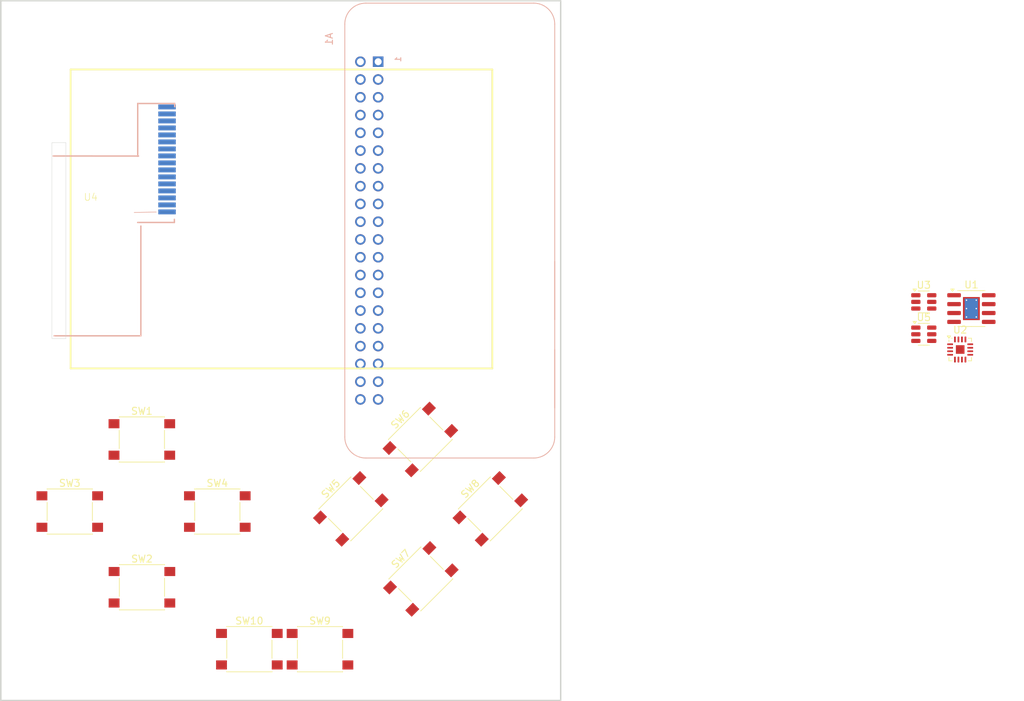
<source format=kicad_pcb>
(kicad_pcb (version 20241229) (generator "pcbnew") (generator_version "9.0")
  (layers (0 "F.Cu" signal) (2 "B.Cu" signal) (13 "F.Paste" user) (15 "B.Paste" user) (5 "F.SilkS" user "F.Silkscreen") (7 "B.SilkS" user "B.Silkscreen") (1 "F.Mask" user) (3 "B.Mask" user) (25 "Edge.Cuts" user))
  (net 0 "")
  (net 6 "RST")
  (net 7 "SDI")
  (net 11 "DC")
  (net 14 "+3.3V")
  (net 16 "BN")
  (net 19 "+5V")
  (net 21 "LRCLK")
  (net 22 "DIN")
  (net 30 "SCL")
  (net 31 "BCLK")
  (net 33 "CS")
  (net 41 "Net-(Q1-G2)")
  (net 42 "Net-(Q1-G1)")
  (net 43 "BP")
  (net 44 "D1")
  (net 45 "D3")
  (net 46 "D4")
  (net 47 "D2")
  (net 48 "Y")
  (net 49 "B")
  (net 50 "A")
  (net 51 "STA")
  (net 53 "Net-(U1-~{STDBY})")
  (net 54 "VBUS")
  (net 55 "Net-(U1-~{CHRG})")
  (net 56 "Net-(U1-PROG)")
  (net 57 "Net-(U2-VDD-Pad7)")
  (net 59 "OUTP")
  (net 62 "OUTN")
  (net 67 "Net-(U3-CS)")
  (net 69 "Net-(U3-VCC)")
  (net 70 "Net-(SW14-A)")
  (net 71 "Net-(U5-FB)")
  (net 73 "Net-(D2-A)")
  (net 74 "SEL")
  (net 84 "X")
  (footprint "Button_Switch_SMD:SW_SPST_PTS645" (layer "F.Cu") (at 150.6982 113.8174 45)
    (property "Reference" "SW8" (at 0 -4.049999 45) (layer "F.SilkS"))
    (property "Value" "SW_Omron_B3FS")
    (fp_line (start -3.23 -3.23) (end 3.23 -3.23) (stroke (width 0.12)) (layer "F.SilkS"))
    (fp_line (start -3.23 -3.2) (end -3.23 -3.23) (stroke (width 0.12)) (layer "F.SilkS"))
    (fp_line (start -3.23 -1.3) (end -3.23 1.3) (stroke (width 0.12)) (layer "F.SilkS"))
    (fp_line (start 3.23 -3.23) (end 3.23 -3.2) (stroke (width 0.12)) (layer "F.SilkS"))
    (fp_line (start -3.23 3.23) (end -3.23 3.2) (stroke (width 0.12)) (layer "F.SilkS"))
    (fp_line (start -3.23 3.23) (end 3.23 3.23) (stroke (width 0.12)) (layer "F.SilkS"))
    (fp_line (start 3.23 -1.3) (end 3.23 1.3) (stroke (width 0.12)) (layer "F.SilkS"))
    (fp_line (start 3.23 3.23) (end 3.23 3.2) (stroke (width 0.12)) (layer "F.SilkS"))
    (pad "1" smd rect (at -3.98 -2.25 45) (size 1.55 1.3) (layers "F.Cu" "F.Mask" "F.Paste") (net 50 "A"))
    (pad "1" smd rect (at 3.98 -2.25 45) (size 1.55 1.3) (layers "F.Cu" "F.Mask" "F.Paste") (net 50 "A"))
    (pad "2" smd rect (at -3.98 2.25 45) (size 1.55 1.3) (layers "F.Cu" "F.Mask" "F.Paste") (net 16 "BN"))
    (pad "2" smd rect (at 3.98 2.25 45) (size 1.55 1.3) (layers "F.Cu" "F.Mask" "F.Paste") (net 16 "BN"))
  )
  (footprint "Package_TO_SOT_SMD:SOT-23-6" (layer "F.Cu") (at 212.6407 84.2406)
    (property "Reference" "U3" (at 0 -2.4 0) (layer "F.SilkS"))
    (property "Value" "DW01A")
    (fp_line (start 0 -1.56) (end -0.8 -1.56) (stroke (width 0.12)) (layer "F.SilkS"))
    (fp_line (start 0 -1.56) (end 0.8 -1.56) (stroke (width 0.12)) (layer "F.SilkS"))
    (fp_line (start 0 1.56) (end -0.8 1.56) (stroke (width 0.12)) (layer "F.SilkS"))
    (fp_line (start 0 1.56) (end 0.8 1.56) (stroke (width 0.12)) (layer "F.SilkS"))
    (fp_poly (pts (xy -1.3 -1.51) (xy -1.54 -1.84) (xy -1.06 -1.84)) (stroke (width 0.12)) (fill yes) (layer "F.SilkS"))
    (pad "1" smd roundrect (at -1.1375 -0.95) (size 1.325 0.6) (layers "F.Cu" "F.Mask" "F.Paste") (net 41 "Net-(Q1-G2)"))
    (pad "2" smd roundrect (at -1.1375 0) (size 1.325 0.6) (layers "F.Cu" "F.Mask" "F.Paste") (net 67 "Net-(U3-CS)"))
    (pad "3" smd roundrect (at -1.1375 0.95) (size 1.325 0.6) (layers "F.Cu" "F.Mask" "F.Paste") (net 42 "Net-(Q1-G1)"))
    (pad "4" smd roundrect (at 1.1375 0.95) (size 1.325 0.6) (layers "F.Cu" "F.Mask" "F.Paste"))
    (pad "5" smd roundrect (at 1.1375 0) (size 1.325 0.6) (layers "F.Cu" "F.Mask" "F.Paste") (net 69 "Net-(U3-VCC)"))
    (pad "6" smd roundrect (at 1.1375 -0.95) (size 1.325 0.6) (layers "F.Cu" "F.Mask" "F.Paste") (net 16 "BN"))
  )
  (footprint "Button_Switch_SMD:SW_SPST_PTS645" (layer "F.Cu") (at 100.9 103.9)
    (property "Reference" "SW1" (at 0 -4.05 0) (layer "F.SilkS"))
    (property "Value" "SW_Omron_B3FS")
    (fp_line (start -3.23 -3.23) (end 3.23 -3.23) (stroke (width 0.12)) (layer "F.SilkS"))
    (fp_line (start -3.23 -3.2) (end -3.23 -3.23) (stroke (width 0.12)) (layer "F.SilkS"))
    (fp_line (start -3.23 -1.3) (end -3.23 1.3) (stroke (width 0.12)) (layer "F.SilkS"))
    (fp_line (start -3.23 3.23) (end -3.23 3.2) (stroke (width 0.12)) (layer "F.SilkS"))
    (fp_line (start -3.23 3.23) (end 3.23 3.23) (stroke (width 0.12)) (layer "F.SilkS"))
    (fp_line (start 3.23 -3.23) (end 3.23 -3.2) (stroke (width 0.12)) (layer "F.SilkS"))
    (fp_line (start 3.23 -1.3) (end 3.23 1.3) (stroke (width 0.12)) (layer "F.SilkS"))
    (fp_line (start 3.23 3.23) (end 3.23 3.2) (stroke (width 0.12)) (layer "F.SilkS"))
    (pad "1" smd rect (at -3.98 -2.25) (size 1.55 1.3) (layers "F.Cu" "F.Mask" "F.Paste") (net 44 "D1"))
    (pad "1" smd rect (at 3.98 -2.25) (size 1.55 1.3) (layers "F.Cu" "F.Mask" "F.Paste") (net 44 "D1"))
    (pad "2" smd rect (at -3.98 2.25) (size 1.55 1.3) (layers "F.Cu" "F.Mask" "F.Paste") (net 16 "BN"))
    (pad "2" smd rect (at 3.98 2.25) (size 1.55 1.3) (layers "F.Cu" "F.Mask" "F.Paste") (net 16 "BN"))
  )
  (footprint "Button_Switch_SMD:SW_SPST_PTS645" (layer "F.Cu") (at 111.6838 114.1984)
    (property "Reference" "SW4" (at 0 -4.05 0) (layer "F.SilkS"))
    (property "Value" "SW_Omron_B3FS")
    (fp_line (start -3.23 -3.23) (end 3.23 -3.23) (stroke (width 0.12)) (layer "F.SilkS"))
    (fp_line (start -3.23 -3.2) (end -3.23 -3.23) (stroke (width 0.12)) (layer "F.SilkS"))
    (fp_line (start -3.23 -1.3) (end -3.23 1.3) (stroke (width 0.12)) (layer "F.SilkS"))
    (fp_line (start -3.23 3.23) (end -3.23 3.2) (stroke (width 0.12)) (layer "F.SilkS"))
    (fp_line (start -3.23 3.23) (end 3.23 3.23) (stroke (width 0.12)) (layer "F.SilkS"))
    (fp_line (start 3.23 -3.23) (end 3.23 -3.2) (stroke (width 0.12)) (layer "F.SilkS"))
    (fp_line (start 3.23 -1.3) (end 3.23 1.3) (stroke (width 0.12)) (layer "F.SilkS"))
    (fp_line (start 3.23 3.23) (end 3.23 3.2) (stroke (width 0.12)) (layer "F.SilkS"))
    (pad "1" smd rect (at -3.98 -2.25) (size 1.55 1.3) (layers "F.Cu" "F.Mask" "F.Paste") (net 47 "D2"))
    (pad "1" smd rect (at 3.98 -2.25) (size 1.55 1.3) (layers "F.Cu" "F.Mask" "F.Paste") (net 47 "D2"))
    (pad "2" smd rect (at -3.98 2.25) (size 1.55 1.3) (layers "F.Cu" "F.Mask" "F.Paste") (net 16 "BN"))
    (pad "2" smd rect (at 3.98 2.25) (size 1.55 1.3) (layers "F.Cu" "F.Mask" "F.Paste") (net 16 "BN"))
  )
  (footprint "Button_Switch_SMD:SW_SPST_PTS645" (layer "F.Cu") (at 140.7 103.9 45)
    (property "Reference" "SW6" (at 0 -4.049999 45) (layer "F.SilkS"))
    (property "Value" "SW_Omron_B3FS")
    (fp_line (start -3.23 -3.23) (end 3.23 -3.23) (stroke (width 0.12)) (layer "F.SilkS"))
    (fp_line (start -3.23 -3.2) (end -3.23 -3.23) (stroke (width 0.12)) (layer "F.SilkS"))
    (fp_line (start -3.23 -1.3) (end -3.23 1.3) (stroke (width 0.12)) (layer "F.SilkS"))
    (fp_line (start 3.23 -3.23) (end 3.23 -3.2) (stroke (width 0.12)) (layer "F.SilkS"))
    (fp_line (start -3.23 3.23) (end -3.23 3.2) (stroke (width 0.12)) (layer "F.SilkS"))
    (fp_line (start -3.23 3.23) (end 3.23 3.23) (stroke (width 0.12)) (layer "F.SilkS"))
    (fp_line (start 3.23 -1.3) (end 3.23 1.3) (stroke (width 0.12)) (layer "F.SilkS"))
    (fp_line (start 3.23 3.23) (end 3.23 3.2) (stroke (width 0.12)) (layer "F.SilkS"))
    (pad "1" smd rect (at -3.98 -2.25 45) (size 1.55 1.3) (layers "F.Cu" "F.Mask" "F.Paste") (net 84 "X"))
    (pad "1" smd rect (at 3.98 -2.25 45) (size 1.55 1.3) (layers "F.Cu" "F.Mask" "F.Paste") (net 84 "X"))
    (pad "2" smd rect (at -3.98 2.25 45) (size 1.55 1.3) (layers "F.Cu" "F.Mask" "F.Paste") (net 16 "BN"))
    (pad "2" smd rect (at 3.98 2.25 45) (size 1.55 1.3) (layers "F.Cu" "F.Mask" "F.Paste") (net 16 "BN"))
  )
  (footprint "Button_Switch_SMD:SW_SPST_PTS645" (layer "F.Cu") (at 126.3572 133.8728)
    (property "Reference" "SW9" (at 0 -4.05 0) (layer "F.SilkS"))
    (property "Value" "SW_Omron_B3FS" (hide yes))
    (fp_line (start -3.23 -3.23) (end 3.23 -3.23) (stroke (width 0.12)) (layer "F.SilkS"))
    (fp_line (start -3.23 -3.2) (end -3.23 -3.23) (stroke (width 0.12)) (layer "F.SilkS"))
    (fp_line (start -3.23 -1.3) (end -3.23 1.3) (stroke (width 0.12)) (layer "F.SilkS"))
    (fp_line (start -3.23 3.23) (end -3.23 3.2) (stroke (width 0.12)) (layer "F.SilkS"))
    (fp_line (start -3.23 3.23) (end 3.23 3.23) (stroke (width 0.12)) (layer "F.SilkS"))
    (fp_line (start 3.23 -3.23) (end 3.23 -3.2) (stroke (width 0.12)) (layer "F.SilkS"))
    (fp_line (start 3.23 -1.3) (end 3.23 1.3) (stroke (width 0.12)) (layer "F.SilkS"))
    (fp_line (start 3.23 3.23) (end 3.23 3.2) (stroke (width 0.12)) (layer "F.SilkS"))
    (pad "1" smd rect (at -3.98 -2.25) (size 1.55 1.3) (layers "F.Cu" "F.Mask" "F.Paste") (net 74 "SEL"))
    (pad "1" smd rect (at 3.98 -2.25) (size 1.55 1.3) (layers "F.Cu" "F.Mask" "F.Paste") (net 74 "SEL"))
    (pad "2" smd rect (at -3.98 2.25) (size 1.55 1.3) (layers "F.Cu" "F.Mask" "F.Paste") (net 16 "BN"))
    (pad "2" smd rect (at 3.98 2.25) (size 1.55 1.3) (layers "F.Cu" "F.Mask" "F.Paste") (net 16 "BN"))
  )
  (footprint "Button_Switch_SMD:SW_SPST_PTS645" (layer "F.Cu") (at 100.9142 125.0188)
    (property "Reference" "SW2" (at 0 -4.05 0) (layer "F.SilkS"))
    (property "Value" "SW_Omron_B3FS")
    (fp_line (start -3.23 -3.23) (end 3.23 -3.23) (stroke (width 0.12)) (layer "F.SilkS"))
    (fp_line (start -3.23 -3.2) (end -3.23 -3.23) (stroke (width 0.12)) (layer "F.SilkS"))
    (fp_line (start -3.23 -1.3) (end -3.23 1.3) (stroke (width 0.12)) (layer "F.SilkS"))
    (fp_line (start -3.23 3.23) (end -3.23 3.2) (stroke (width 0.12)) (layer "F.SilkS"))
    (fp_line (start -3.23 3.23) (end 3.23 3.23) (stroke (width 0.12)) (layer "F.SilkS"))
    (fp_line (start 3.23 -3.23) (end 3.23 -3.2) (stroke (width 0.12)) (layer "F.SilkS"))
    (fp_line (start 3.23 -1.3) (end 3.23 1.3) (stroke (width 0.12)) (layer "F.SilkS"))
    (fp_line (start 3.23 3.23) (end 3.23 3.2) (stroke (width 0.12)) (layer "F.SilkS"))
    (pad "1" smd rect (at -3.98 -2.25) (size 1.55 1.3) (layers "F.Cu" "F.Mask" "F.Paste") (net 16 "BN"))
    (pad "1" smd rect (at 3.98 -2.25) (size 1.55 1.3) (layers "F.Cu" "F.Mask" "F.Paste") (net 16 "BN"))
    (pad "2" smd rect (at -3.98 2.25) (size 1.55 1.3) (layers "F.Cu" "F.Mask" "F.Paste") (net 45 "D3"))
    (pad "2" smd rect (at 3.98 2.25) (size 1.55 1.3) (layers "F.Cu" "F.Mask" "F.Paste") (net 45 "D3"))
  )
  (footprint "Package_DFN_QFN:TQFN-16-1EP_3x3mm_P0.5mm_EP1.23x1.23mm" (layer "F.Cu") (at 217.8407 91.0456)
    (property "Reference" "U2" (at 0 -2.8 0) (layer "F.SilkS"))
    (property "Value" "MAX98357A")
    (fp_line (start -1.61 -1.135) (end -1.61 -1.37) (stroke (width 0.12)) (layer "F.SilkS"))
    (fp_line (start -1.61 1.61) (end -1.61 1.135) (stroke (width 0.12)) (layer "F.SilkS"))
    (fp_line (start -1.135 -1.61) (end -1.31 -1.61) (stroke (width 0.12)) (layer "F.SilkS"))
    (fp_line (start -1.135 1.61) (end -1.61 1.61) (stroke (width 0.12)) (layer "F.SilkS"))
    (fp_line (start 1.135 -1.61) (end 1.61 -1.61) (stroke (width 0.12)) (layer "F.SilkS"))
    (fp_line (start 1.135 1.61) (end 1.61 1.61) (stroke (width 0.12)) (layer "F.SilkS"))
    (fp_line (start 1.61 -1.61) (end 1.61 -1.135) (stroke (width 0.12)) (layer "F.SilkS"))
    (fp_line (start 1.61 1.61) (end 1.61 1.135) (stroke (width 0.12)) (layer "F.SilkS"))
    (fp_poly (pts (xy -1.61 -1.61) (xy -1.85 -1.94) (xy -1.37 -1.94)) (stroke (width 0.12)) (fill yes) (layer "F.SilkS"))
    (pad "1" smd roundrect (at -1.4375 -0.75) (size 0.825 0.25) (layers "F.Cu" "F.Mask" "F.Paste") (net 22 "DIN"))
    (pad "2" smd roundrect (at -1.4375 -0.25) (size 0.825 0.25) (layers "F.Cu" "F.Mask" "F.Paste"))
    (pad "3" smd roundrect (at -1.4375 0.25) (size 0.825 0.25) (layers "F.Cu" "F.Mask" "F.Paste") (net 16 "BN"))
    (pad "4" smd roundrect (at -1.4375 0.75) (size 0.825 0.25) (layers "F.Cu" "F.Mask" "F.Paste"))
    (pad "5" smd roundrect (at -0.75 1.4375) (size 0.25 0.825) (layers "F.Cu" "F.Mask" "F.Paste"))
    (pad "6" smd roundrect (at -0.25 1.4375) (size 0.25 0.825) (layers "F.Cu" "F.Mask" "F.Paste"))
    (pad "7" smd roundrect (at 0.25 1.4375) (size 0.25 0.825) (layers "F.Cu" "F.Mask" "F.Paste") (net 57 "Net-(U2-VDD-Pad7)"))
    (pad "8" smd roundrect (at 0.75 1.4375) (size 0.25 0.825) (layers "F.Cu" "F.Mask" "F.Paste") (net 57 "Net-(U2-VDD-Pad7)"))
    (pad "9" smd roundrect (at 1.4375 0.75) (size 0.825 0.25) (layers "F.Cu" "F.Mask" "F.Paste") (net 59 "OUTP"))
    (pad "10" smd roundrect (at 1.4375 0.25) (size 0.825 0.25) (layers "F.Cu" "F.Mask" "F.Paste") (net 62 "OUTN"))
    (pad "11" smd roundrect (at 1.4375 -0.25) (size 0.825 0.25) (layers "F.Cu" "F.Mask" "F.Paste") (net 16 "BN"))
    (pad "12" smd roundrect (at 1.4375 -0.75) (size 0.825 0.25) (layers "F.Cu" "F.Mask" "F.Paste"))
    (pad "13" smd roundrect (at 0.75 -1.4375) (size 0.25 0.825) (layers "F.Cu" "F.Mask" "F.Paste"))
    (pad "14" smd roundrect (at 0.25 -1.4375) (size 0.25 0.825) (layers "F.Cu" "F.Mask" "F.Paste") (net 21 "LRCLK"))
    (pad "15" smd roundrect (at -0.25 -1.4375) (size 0.25 0.825) (layers "F.Cu" "F.Mask" "F.Paste") (net 16 "BN"))
    (pad "16" smd roundrect (at -0.75 -1.4375) (size 0.25 0.825) (layers "F.Cu" "F.Mask" "F.Paste") (net 31 "BCLK"))
    (pad "17" smd rect (at 0 0) (size 1.23 1.23) (property pad_prop_heatsink) (layers "F.Cu" "F.Mask"))
  )
  (footprint "Button_Switch_SMD:SW_SPST_PTS645" (layer "F.Cu") (at 130.7592 113.8174 45)
    (property "Reference" "SW5" (at 0 -4.049999 45) (layer "F.SilkS"))
    (property "Value" "SW_Omron_B3FS")
    (fp_line (start -3.23 -3.23) (end 3.23 -3.23) (stroke (width 0.12)) (layer "F.SilkS"))
    (fp_line (start -3.23 -3.2) (end -3.23 -3.23) (stroke (width 0.12)) (layer "F.SilkS"))
    (fp_line (start -3.23 -1.3) (end -3.23 1.3) (stroke (width 0.12)) (layer "F.SilkS"))
    (fp_line (start 3.23 -3.23) (end 3.23 -3.2) (stroke (width 0.12)) (layer "F.SilkS"))
    (fp_line (start -3.23 3.23) (end -3.23 3.2) (stroke (width 0.12)) (layer "F.SilkS"))
    (fp_line (start -3.23 3.23) (end 3.23 3.23) (stroke (width 0.12)) (layer "F.SilkS"))
    (fp_line (start 3.23 -1.3) (end 3.23 1.3) (stroke (width 0.12)) (layer "F.SilkS"))
    (fp_line (start 3.23 3.23) (end 3.23 3.2) (stroke (width 0.12)) (layer "F.SilkS"))
    (pad "1" smd rect (at -3.98 -2.25 45) (size 1.55 1.3) (layers "F.Cu" "F.Mask" "F.Paste") (net 16 "BN"))
    (pad "1" smd rect (at 3.98 -2.25 45) (size 1.55 1.3) (layers "F.Cu" "F.Mask" "F.Paste") (net 16 "BN"))
    (pad "2" smd rect (at -3.98 2.25 45) (size 1.55 1.3) (layers "F.Cu" "F.Mask" "F.Paste") (net 48 "Y"))
    (pad "2" smd rect (at 3.98 2.25 45) (size 1.55 1.3) (layers "F.Cu" "F.Mask" "F.Paste") (net 48 "Y"))
  )
  (footprint "easyeda2kicad:lcd" (layer "F.Cu") (at 150.95 51.02)
    (property "Reference" "U4" (at -57.35 18.25 0) (layer "F.SilkS") (effects (font (thickness 0.1))))
    (property "Value" "HS24CG003-ARX")
    (fp_line (start -60.23 0.01) (end 0.03 0.01) (stroke (width 0.25)) (layer "F.SilkS"))
    (fp_line (start -60.23 42.73) (end -60.23 0.01) (stroke (width 0.25)) (layer "F.SilkS"))
    (fp_line (start 0.03 0.01) (end 0.03 42.73) (stroke (width 0.25)) (layer "F.SilkS"))
    (fp_line (start 0.03 42.73) (end -60.23 42.73) (stroke (width 0.25)) (layer "F.SilkS"))
    (fp_line (start -51.14 20.44) (end -47.99 20.38) (stroke (width 0.1)) (layer "B.SilkS"))
    (fp_line (start -50.64 4.87) (end -50.64 12.4) (stroke (width 0.2)) (layer "B.SilkS"))
    (fp_line (start -50.52 12.38) (end -62.72 12.37) (stroke (width 0.2)) (layer "B.SilkS"))
    (fp_line (start -50.19 22.38) (end -50.19 38.07) (stroke (width 0.2)) (layer "B.SilkS"))
    (fp_line (start -50.19 38.07) (end -62.59 38.07) (stroke (width 0.2)) (layer "B.SilkS"))
    (fp_line (start -45.4 21.42) (end -45.4 21.87) (stroke (width 0.2)) (layer "B.SilkS"))
    (fp_line (start -45.4 21.87) (end -50.65 21.87) (stroke (width 0.2)) (layer "B.SilkS"))
    (fp_line (start -45.36 4.87) (end -50.64 4.87) (stroke (width 0.2)) (layer "B.SilkS"))
    (fp_line (start -45.36 5.32) (end -45.36 4.87) (stroke (width 0.2)) (layer "B.SilkS"))
    (fp_rect (start -62.9 38.46) (end -60.9 10.46) (stroke (width 0.05)) (fill no) (layer "Edge.Cuts"))
    (pad "1" smd rect (at -46.45 20.36 270) (size 0.7 2.5) (layers "B.Cu" "B.Mask" "B.Paste") (net 16 "BN"))
    (pad "2" smd rect (at -46.45 19.36 270) (size 0.7 2.5) (layers "B.Cu" "B.Mask" "B.Paste"))
    (pad "3" smd rect (at -46.45 18.36 270) (size 0.7 2.5) (layers "B.Cu" "B.Mask" "B.Paste"))
    (pad "4" smd rect (at -46.45 17.36 270) (size 0.7 2.5) (layers "B.Cu" "B.Mask" "B.Paste"))
    (pad "5" smd rect (at -46.45 16.36 270) (size 0.7 2.5) (layers "B.Cu" "B.Mask" "B.Paste"))
    (pad "6" smd rect (at -46.45 15.36 270) (size 0.7 2.5) (layers "B.Cu" "B.Mask" "B.Paste"))
    (pad "7" smd rect (at -46.45 14.36 270) (size 0.7 2.5) (layers "B.Cu" "B.Mask" "B.Paste"))
    (pad "8" smd rect (at -46.45 13.36 270) (size 0.7 2.5) (layers "B.Cu" "B.Mask" "B.Paste") (net 14 "+3.3V"))
    (pad "9" smd rect (at -46.45 12.36 270) (size 0.7 2.5) (layers "B.Cu" "B.Mask" "B.Paste") (net 7 "SDI"))
    (pad "10" smd rect (at -46.45 11.36 270) (size 0.7 2.5) (layers "B.Cu" "B.Mask" "B.Paste") (net 11 "DC"))
    (pad "11" smd rect (at -46.45 10.36 270) (size 0.7 2.5) (layers "B.Cu" "B.Mask" "B.Paste") (net 30 "SCL"))
    (pad "12" smd rect (at -46.45 9.36 270) (size 0.7 2.5) (layers "B.Cu" "B.Mask" "B.Paste") (net 33 "CS"))
    (pad "13" smd rect (at -46.45 8.36 270) (size 0.7 2.5) (layers "B.Cu" "B.Mask" "B.Paste") (net 6 "RST"))
    (pad "14" smd rect (at -46.45 7.36 270) (size 0.7 2.5) (layers "B.Cu" "B.Mask" "B.Paste"))
    (pad "15" smd rect (at -46.45 6.36 270) (size 0.7 2.5) (layers "B.Cu" "B.Mask" "B.Paste"))
    (pad "16" smd rect (at -46.45 5.36 270) (size 0.7 2.5) (layers "B.Cu" "B.Mask" "B.Paste"))
  )
  (footprint "Package_TO_SOT_SMD:SOT-23-6" (layer "F.Cu") (at 212.6407 88.8656)
    (property "Reference" "U5" (at 0 -2.4 0) (layer "F.SilkS"))
    (property "Value" "MT3608")
    (fp_line (start 0 -1.56) (end -0.8 -1.56) (stroke (width 0.12)) (layer "F.SilkS"))
    (fp_line (start 0 -1.56) (end 0.8 -1.56) (stroke (width 0.12)) (layer "F.SilkS"))
    (fp_line (start 0 1.56) (end -0.8 1.56) (stroke (width 0.12)) (layer "F.SilkS"))
    (fp_line (start 0 1.56) (end 0.8 1.56) (stroke (width 0.12)) (layer "F.SilkS"))
    (fp_poly (pts (xy -1.3 -1.51) (xy -1.54 -1.84) (xy -1.06 -1.84)) (stroke (width 0.12)) (fill yes) (layer "F.SilkS"))
    (pad "1" smd roundrect (at -1.1375 -0.95) (size 1.325 0.6) (layers "F.Cu" "F.Mask" "F.Paste") (net 73 "Net-(D2-A)"))
    (pad "2" smd roundrect (at -1.1375 0) (size 1.325 0.6) (layers "F.Cu" "F.Mask" "F.Paste") (net 16 "BN"))
    (pad "3" smd roundrect (at -1.1375 0.95) (size 1.325 0.6) (layers "F.Cu" "F.Mask" "F.Paste") (net 71 "Net-(U5-FB)"))
    (pad "4" smd roundrect (at 1.1375 0.95) (size 1.325 0.6) (layers "F.Cu" "F.Mask" "F.Paste") (net 70 "Net-(SW14-A)"))
    (pad "5" smd roundrect (at 1.1375 0) (size 1.325 0.6) (layers "F.Cu" "F.Mask" "F.Paste") (net 70 "Net-(SW14-A)"))
    (pad "6" smd roundrect (at 1.1375 -0.95) (size 1.325 0.6) (layers "F.Cu" "F.Mask" "F.Paste"))
  )
  (footprint "Package_SO:SOIC-8-1EP_3.9x4.9mm_P1.27mm_EP2.41x3.3mm_ThermalVias" (layer "F.Cu") (at 219.4407 85.1956)
    (property "Reference" "U1" (at 0 -3.4 0) (layer "F.SilkS"))
    (property "Value" "TP4056-42-ESOP8")
    (fp_line (start 0 -2.56) (end -1.95 -2.56) (stroke (width 0.12)) (layer "F.SilkS"))
    (fp_line (start 0 -2.56) (end 1.95 -2.56) (stroke (width 0.12)) (layer "F.SilkS"))
    (fp_line (start 0 2.56) (end -1.95 2.56) (stroke (width 0.12)) (layer "F.SilkS"))
    (fp_line (start 0 2.56) (end 1.95 2.56) (stroke (width 0.12)) (layer "F.SilkS"))
    (fp_poly (pts (xy -2.7 -2.465) (xy -2.94 -2.795) (xy -2.46 -2.795)) (stroke (width 0.12)) (fill yes) (layer "F.SilkS"))
    (pad "1" smd roundrect (at -2.475 -1.905) (size 1.95 0.6) (layers "F.Cu" "F.Mask" "F.Paste") (net 16 "BN"))
    (pad "2" smd roundrect (at -2.475 -0.635) (size 1.95 0.6) (layers "F.Cu" "F.Mask" "F.Paste") (net 56 "Net-(U1-PROG)"))
    (pad "3" smd roundrect (at -2.475 0.635) (size 1.95 0.6) (layers "F.Cu" "F.Mask" "F.Paste") (net 16 "BN"))
    (pad "4" smd roundrect (at -2.475 1.905) (size 1.95 0.6) (layers "F.Cu" "F.Mask" "F.Paste") (net 54 "VBUS"))
    (pad "5" smd roundrect (at 2.475 1.905) (size 1.95 0.6) (layers "F.Cu" "F.Mask" "F.Paste") (net 43 "BP"))
    (pad "6" smd roundrect (at 2.475 0.635) (size 1.95 0.6) (layers "F.Cu" "F.Mask" "F.Paste") (net 53 "Net-(U1-~{STDBY})"))
    (pad "7" smd roundrect (at 2.475 -0.635) (size 1.95 0.6) (layers "F.Cu" "F.Mask" "F.Paste") (net 55 "Net-(U1-~{CHRG})"))
    (pad "8" smd roundrect (at 2.475 -1.905) (size 1.95 0.6) (layers "F.Cu" "F.Mask" "F.Paste") (net 54 "VBUS"))
    (pad "9" thru_hole circle (at -0.7 -1.2) (size 0.5 0.5) (drill 0.2) (property pad_prop_heatsink) (layers "*.Cu"))
    (pad "9" thru_hole circle (at -0.7 0) (size 0.5 0.5) (drill 0.2) (property pad_prop_heatsink) (layers "*.Cu"))
    (pad "9" thru_hole circle (at -0.7 1.2) (size 0.5 0.5) (drill 0.2) (property pad_prop_heatsink) (layers "*.Cu"))
    (pad "9" smd rect (at 0 0) (size 1.9 2.9) (property pad_prop_heatsink) (layers "B.Cu"))
    (pad "9" smd rect (at 0 0) (size 2.41 3.3) (property pad_prop_heatsink) (layers "F.Cu" "F.Mask"))
    (pad "9" thru_hole circle (at 0.7 -1.2) (size 0.5 0.5) (drill 0.2) (property pad_prop_heatsink) (layers "*.Cu"))
    (pad "9" thru_hole circle (at 0.7 0) (size 0.5 0.5) (drill 0.2) (property pad_prop_heatsink) (layers "*.Cu"))
    (pad "9" thru_hole circle (at 0.7 1.2) (size 0.5 0.5) (drill 0.2) (property pad_prop_heatsink) (layers "*.Cu"))
  )
  (footprint "Button_Switch_SMD:SW_SPST_PTS645" (layer "F.Cu") (at 90.6 114.2)
    (property "Reference" "SW3" (at 0 -4.05 0) (layer "F.SilkS"))
    (property "Value" "SW_Omron_B3FS")
    (fp_line (start -3.23 -3.23) (end 3.23 -3.23) (stroke (width 0.12)) (layer "F.SilkS"))
    (fp_line (start -3.23 -3.2) (end -3.23 -3.23) (stroke (width 0.12)) (layer "F.SilkS"))
    (fp_line (start -3.23 -1.3) (end -3.23 1.3) (stroke (width 0.12)) (layer "F.SilkS"))
    (fp_line (start -3.23 3.23) (end -3.23 3.2) (stroke (width 0.12)) (layer "F.SilkS"))
    (fp_line (start -3.23 3.23) (end 3.23 3.23) (stroke (width 0.12)) (layer "F.SilkS"))
    (fp_line (start 3.23 -3.23) (end 3.23 -3.2) (stroke (width 0.12)) (layer "F.SilkS"))
    (fp_line (start 3.23 -1.3) (end 3.23 1.3) (stroke (width 0.12)) (layer "F.SilkS"))
    (fp_line (start 3.23 3.23) (end 3.23 3.2) (stroke (width 0.12)) (layer "F.SilkS"))
    (pad "1" smd rect (at -3.98 -2.25) (size 1.55 1.3) (layers "F.Cu" "F.Mask" "F.Paste") (net 16 "BN"))
    (pad "1" smd rect (at 3.98 -2.25) (size 1.55 1.3) (layers "F.Cu" "F.Mask" "F.Paste") (net 16 "BN"))
    (pad "2" smd rect (at -3.98 2.25) (size 1.55 1.3) (layers "F.Cu" "F.Mask" "F.Paste") (net 46 "D4"))
    (pad "2" smd rect (at 3.98 2.25) (size 1.55 1.3) (layers "F.Cu" "F.Mask" "F.Paste") (net 46 "D4"))
  )
  (footprint "Button_Switch_SMD:SW_SPST_PTS645" (layer "F.Cu") (at 140.7668 123.825 45)
    (property "Reference" "SW7" (at 0 -4.049999 45) (layer "F.SilkS"))
    (property "Value" "SW_Omron_B3FS")
    (fp_line (start -3.23 -3.23) (end 3.23 -3.23) (stroke (width 0.12)) (layer "F.SilkS"))
    (fp_line (start -3.23 -3.2) (end -3.23 -3.23) (stroke (width 0.12)) (layer "F.SilkS"))
    (fp_line (start -3.23 -1.3) (end -3.23 1.3) (stroke (width 0.12)) (layer "F.SilkS"))
    (fp_line (start 3.23 -3.23) (end 3.23 -3.2) (stroke (width 0.12)) (layer "F.SilkS"))
    (fp_line (start -3.23 3.23) (end -3.23 3.2) (stroke (width 0.12)) (layer "F.SilkS"))
    (fp_line (start -3.23 3.23) (end 3.23 3.23) (stroke (width 0.12)) (layer "F.SilkS"))
    (fp_line (start 3.23 -1.3) (end 3.23 1.3) (stroke (width 0.12)) (layer "F.SilkS"))
    (fp_line (start 3.23 3.23) (end 3.23 3.2) (stroke (width 0.12)) (layer "F.SilkS"))
    (pad "1" smd rect (at -3.98 -2.25 45) (size 1.55 1.3) (layers "F.Cu" "F.Mask" "F.Paste") (net 16 "BN"))
    (pad "1" smd rect (at 3.98 -2.25 45) (size 1.55 1.3) (layers "F.Cu" "F.Mask" "F.Paste") (net 16 "BN"))
    (pad "2" smd rect (at -3.98 2.25 45) (size 1.55 1.3) (layers "F.Cu" "F.Mask" "F.Paste") (net 49 "B"))
    (pad "2" smd rect (at 3.98 2.25 45) (size 1.55 1.3) (layers "F.Cu" "F.Mask" "F.Paste") (net 49 "B"))
  )
  (footprint "Button_Switch_SMD:SW_SPST_PTS645" (layer "F.Cu") (at 116.2636 133.8686)
    (property "Reference" "SW10" (at 0 -4.05 0) (layer "F.SilkS"))
    (property "Value" "SW_Omron_B3FS" (hide yes))
    (fp_line (start -3.23 -3.23) (end 3.23 -3.23) (stroke (width 0.12)) (layer "F.SilkS"))
    (fp_line (start -3.23 -3.2) (end -3.23 -3.23) (stroke (width 0.12)) (layer "F.SilkS"))
    (fp_line (start -3.23 -1.3) (end -3.23 1.3) (stroke (width 0.12)) (layer "F.SilkS"))
    (fp_line (start -3.23 3.23) (end -3.23 3.2) (stroke (width 0.12)) (layer "F.SilkS"))
    (fp_line (start -3.23 3.23) (end 3.23 3.23) (stroke (width 0.12)) (layer "F.SilkS"))
    (fp_line (start 3.23 -3.23) (end 3.23 -3.2) (stroke (width 0.12)) (layer "F.SilkS"))
    (fp_line (start 3.23 -1.3) (end 3.23 1.3) (stroke (width 0.12)) (layer "F.SilkS"))
    (fp_line (start 3.23 3.23) (end 3.23 3.2) (stroke (width 0.12)) (layer "F.SilkS"))
    (pad "1" smd rect (at -3.98 -2.25) (size 1.55 1.3) (layers "F.Cu" "F.Mask" "F.Paste") (net 16 "BN"))
    (pad "1" smd rect (at 3.98 -2.25) (size 1.55 1.3) (layers "F.Cu" "F.Mask" "F.Paste") (net 16 "BN"))
    (pad "2" smd rect (at -3.98 2.25) (size 1.55 1.3) (layers "F.Cu" "F.Mask" "F.Paste") (net 51 "STA"))
    (pad "2" smd rect (at 3.98 2.25) (size 1.55 1.3) (layers "F.Cu" "F.Mask" "F.Paste") (net 51 "STA"))
  )
  (footprint "RASPBERRYPI-ZERO:RASPBERRYPI-ZERO_RPI-ZERO" (layer "B.Cu") (at 133.4 74.05 -90)
    (property "Reference" "A1" (at -27.356599 5.72581 90) (layer "B.SilkS") (effects (font (size 1.00189 1.00189)) (justify mirror)))
    (property "Value" "RASPBERRYPI-ZERO")
    (fp_line (start 29.5 3.5) (end -29.5 3.5) (stroke (width 0.127)) (layer "B.SilkS"))
    (fp_line (start -32.5 0.5) (end -32.5 -23.5) (stroke (width 0.127)) (layer "B.SilkS"))
    (fp_line (start 32.5 -23.5) (end 32.5 0.5) (stroke (width 0.127)) (layer "B.SilkS"))
    (fp_line (start -29.5 -26.5) (end 29.5 -26.5) (stroke (width 0.127)) (layer "B.SilkS"))
    (fp_line (start 4.4 -26.5) (end 12.75 -26.5) (stroke (width 0.127)) (layer "B.SilkS"))
    (fp_line (start 17 -26.5) (end 25.35 -26.5) (stroke (width 0.127)) (layer "B.SilkS"))
    (fp_arc (start -29.5 3.5) (mid -31.62132 2.62132) (end -32.5 0.5) (stroke (width 0.127)) (layer "B.SilkS"))
    (fp_arc (start 32.5 0.5) (mid 31.62132 2.62132) (end 29.5 3.5) (stroke (width 0.127)) (layer "B.SilkS"))
    (fp_arc (start -32.5 -23.5) (mid -31.62132 -25.62132) (end -29.5 -26.5) (stroke (width 0.127)) (layer "B.SilkS"))
    (fp_arc (start 29.5 -26.5) (mid 31.62132 -25.62132) (end 32.5 -23.5) (stroke (width 0.127)) (layer "B.SilkS"))
    (fp_text user "1" (at -24.472701 -4.13175 90) (layer "B.SilkS") (effects (font (size 0.800827 0.800827)) (justify mirror)))
    (pad "" np_thru_hole circle (at -29 -23 270) (size 2.75 2.75) (drill 2.75) (layers "*.Cu" "*.Mask"))
    (pad "" np_thru_hole circle (at -29 0 270) (size 2.75 2.75) (drill 2.75) (layers "*.Cu" "*.Mask"))
    (pad "" np_thru_hole circle (at 29 -23 270) (size 2.75 2.75) (drill 2.75) (layers "*.Cu" "*.Mask"))
    (pad "" np_thru_hole circle (at 29 0 270) (size 2.75 2.75) (drill 2.75) (layers "*.Cu" "*.Mask"))
    (pad "1" thru_hole rect (at -24.13 -1.27 270) (size 1.508 1.508) (drill 1) (layers "*.Cu" "*.Mask") (net 14 "+3.3V"))
    (pad "2" thru_hole circle (at -24.13 1.27 270) (size 1.508 1.508) (drill 1) (layers "*.Cu" "*.Mask") (net 19 "+5V"))
    (pad "3" thru_hole circle (at -21.59 -1.27 270) (size 1.508 1.508) (drill 1) (layers "*.Cu" "*.Mask"))
    (pad "4" thru_hole circle (at -21.59 1.27 270) (size 1.508 1.508) (drill 1) (layers "*.Cu" "*.Mask"))
    (pad "5" thru_hole circle (at -19.05 -1.27 270) (size 1.508 1.508) (drill 1) (layers "*.Cu" "*.Mask"))
    (pad "6" thru_hole circle (at -19.05 1.27 270) (size 1.508 1.508) (drill 1) (layers "*.Cu" "*.Mask"))
    (pad "7" thru_hole circle (at -16.51 -1.270001 270) (size 1.508 1.508) (drill 1) (layers "*.Cu" "*.Mask"))
    (pad "8" thru_hole circle (at -16.51 1.270001 270) (size 1.508 1.508) (drill 1) (layers "*.Cu" "*.Mask"))
    (pad "9" thru_hole circle (at -13.97 -1.27 270) (size 1.508 1.508) (drill 1) (layers "*.Cu" "*.Mask") (net 16 "BN"))
    (pad "10" thru_hole circle (at -13.97 1.27 270) (size 1.508 1.508) (drill 1) (layers "*.Cu" "*.Mask"))
    (pad "11" thru_hole circle (at -11.43 -1.27 270) (size 1.508 1.508) (drill 1) (layers "*.Cu" "*.Mask"))
    (pad "12" thru_hole circle (at -11.43 1.27 270) (size 1.508 1.508) (drill 1) (layers "*.Cu" "*.Mask") (net 31 "BCLK"))
    (pad "13" thru_hole circle (at -8.89 -1.27 270) (size 1.508 1.508) (drill 1) (layers "*.Cu" "*.Mask") (net 6 "RST"))
    (pad "14" thru_hole circle (at -8.89 1.27 270) (size 1.508 1.508) (drill 1) (layers "*.Cu" "*.Mask"))
    (pad "15" thru_hole circle (at -6.35 -1.270001 270) (size 1.508 1.508) (drill 1) (layers "*.Cu" "*.Mask"))
    (pad "16" thru_hole circle (at -6.35 1.270001 270) (size 1.508 1.508) (drill 1) (layers "*.Cu" "*.Mask"))
    (pad "17" thru_hole circle (at -3.81 -1.27 270) (size 1.508 1.508) (drill 1) (layers "*.Cu" "*.Mask"))
    (pad "18" thru_hole circle (at -3.81 1.27 270) (size 1.508 1.508) (drill 1) (layers "*.Cu" "*.Mask"))
    (pad "19" thru_hole circle (at -1.27 -1.27 270) (size 1.508 1.508) (drill 1) (layers "*.Cu" "*.Mask") (net 7 "SDI"))
    (pad "20" thru_hole circle (at -1.27 1.27 270) (size 1.508 1.508) (drill 1) (layers "*.Cu" "*.Mask"))
    (pad "21" thru_hole circle (at 1.27 -1.27 270) (size 1.508 1.508) (drill 1) (layers "*.Cu" "*.Mask"))
    (pad "22" thru_hole circle (at 1.27 1.27 270) (size 1.508 1.508) (drill 1) (layers "*.Cu" "*.Mask") (net 11 "DC"))
    (pad "23" thru_hole circle (at 3.81 -1.27 270) (size 1.508 1.508) (drill 1) (layers "*.Cu" "*.Mask") (net 30 "SCL"))
    (pad "24" thru_hole circle (at 3.81 1.27 270) (size 1.508 1.508) (drill 1) (layers "*.Cu" "*.Mask") (net 33 "CS"))
    (pad "25" thru_hole circle (at 6.35 -1.270001 270) (size 1.508 1.508) (drill 1) (layers "*.Cu" "*.Mask"))
    (pad "26" thru_hole circle (at 6.35 1.270001 270) (size 1.508 1.508) (drill 1) (layers "*.Cu" "*.Mask"))
    (pad "27" thru_hole circle (at 8.89 -1.27 270) (size 1.508 1.508) (drill 1) (layers "*.Cu" "*.Mask"))
    (pad "28" thru_hole circle (at 8.89 1.27 270) (size 1.508 1.508) (drill 1) (layers "*.Cu" "*.Mask"))
    (pad "29" thru_hole circle (at 11.43 -1.27 270) (size 1.508 1.508) (drill 1) (layers "*.Cu" "*.Mask"))
    (pad "30" thru_hole circle (at 11.43 1.27 270) (size 1.508 1.508) (drill 1) (layers "*.Cu" "*.Mask"))
    (pad "31" thru_hole circle (at 13.97 -1.27 270) (size 1.508 1.508) (drill 1) (layers "*.Cu" "*.Mask"))
    (pad "32" thru_hole circle (at 13.97 1.27 270) (size 1.508 1.508) (drill 1) (layers "*.Cu" "*.Mask"))
    (pad "33" thru_hole circle (at 16.51 -1.270001 270) (size 1.508 1.508) (drill 1) (layers "*.Cu" "*.Mask"))
    (pad "34" thru_hole circle (at 16.51 1.270001 270) (size 1.508 1.508) (drill 1) (layers "*.Cu" "*.Mask"))
    (pad "35" thru_hole circle (at 19.05 -1.27 270) (size 1.508 1.508) (drill 1) (layers "*.Cu" "*.Mask") (net 21 "LRCLK"))
    (pad "36" thru_hole circle (at 19.05 1.27 270) (size 1.508 1.508) (drill 1) (layers "*.Cu" "*.Mask"))
    (pad "37" thru_hole circle (at 21.59 -1.27 270) (size 1.508 1.508) (drill 1) (layers "*.Cu" "*.Mask"))
    (pad "38" thru_hole circle (at 21.59 1.27 270) (size 1.508 1.508) (drill 1) (layers "*.Cu" "*.Mask") (net 22 "DIN"))
    (pad "39" thru_hole circle (at 24.13 -1.27 270) (size 1.508 1.508) (drill 1) (layers "*.Cu" "*.Mask"))
    (pad "40" thru_hole circle (at 24.13 1.27 270) (size 1.508 1.508) (drill 1) (layers "*.Cu" "*.Mask"))
  )
  (gr_rect (start 80.748157 41.2) (end 160.748157 141.2) (stroke (width 0.2)) (fill no) (layer "Edge.Cuts"))
)
</source>
